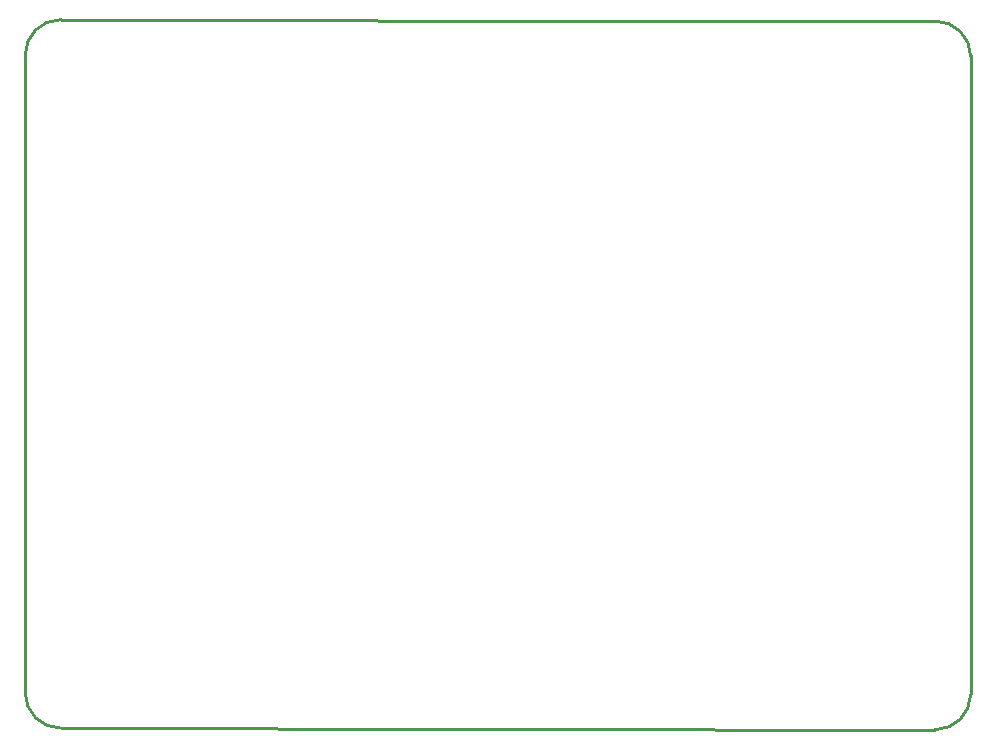
<source format=gko>
G04 Layer: BoardOutline*
G04 EasyEDA v6.3.39, 2020-04-30T23:39:46+05:30*
G04 1361d28c2fbe473eb46aea13557a18e3,781d2bfaae87481f995808756cab4c07,10*
G04 Gerber Generator version 0.2*
G04 Scale: 100 percent, Rotated: No, Reflected: No *
G04 Dimensions in inches *
G04 leading zeros omitted , absolute positions ,2 integer and 4 decimal *
%FSLAX24Y24*%
%MOIN*%
G90*
G70D02*

%ADD10C,0.010000*%
G54D10*
G01X22459Y23622D02*
G01X30294Y23622D01*
G01X1180Y48D02*
G01X30333Y4D01*
G01X1180Y23670D02*
G01X22459Y23622D01*
G01X31513Y22496D02*
G01X31513Y1181D01*
G01X0Y1229D02*
G01X0Y22488D01*
G75*
G01X1181Y23670D02*
G03X0Y22489I0J-1181D01*
G01*
G75*
G01X0Y1230D02*
G03X1181Y48I1181J0D01*
G01*
G75*
G01X30334Y0D02*
G03X31515Y1181I0J1181D01*
G01*
G75*
G01X31515Y22441D02*
G03X30334Y23622I-1181J0D01*
G01*

%LPD*%
M00*
M02*

</source>
